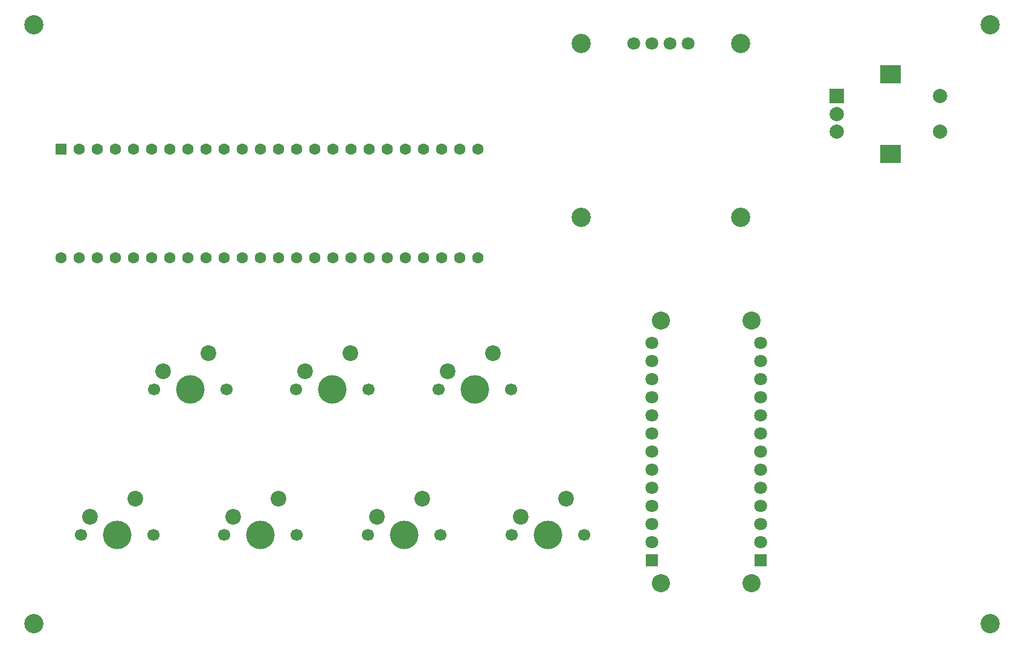
<source format=gbr>
%TF.GenerationSoftware,KiCad,Pcbnew,8.0.6*%
%TF.CreationDate,2024-11-07T12:50:37-05:00*%
%TF.ProjectId,minichord,6d696e69-6368-46f7-9264-2e6b69636164,rev?*%
%TF.SameCoordinates,Original*%
%TF.FileFunction,Soldermask,Bot*%
%TF.FilePolarity,Negative*%
%FSLAX46Y46*%
G04 Gerber Fmt 4.6, Leading zero omitted, Abs format (unit mm)*
G04 Created by KiCad (PCBNEW 8.0.6) date 2024-11-07 12:50:37*
%MOMM*%
%LPD*%
G01*
G04 APERTURE LIST*
%ADD10R,2.000000X2.000000*%
%ADD11C,2.000000*%
%ADD12R,3.000000X2.500000*%
%ADD13C,2.700000*%
%ADD14C,1.800000*%
%ADD15C,1.700000*%
%ADD16C,4.000000*%
%ADD17C,2.200000*%
%ADD18C,2.540000*%
%ADD19R,1.800000X1.800000*%
%ADD20R,1.600000X1.600000*%
%ADD21C,1.600000*%
G04 APERTURE END LIST*
D10*
%TO.C,SW8*%
X172500000Y-52000000D03*
D11*
X172500000Y-57000000D03*
X172500000Y-54500000D03*
D12*
X180000000Y-48900000D03*
X180000000Y-60100000D03*
D11*
X187000000Y-52000000D03*
X187000000Y-57000000D03*
%TD*%
D13*
%TO.C,Adafruit_SSD1306*%
X136648000Y-44616000D03*
X136648000Y-69000000D03*
X159000000Y-44616000D03*
X159000000Y-69000000D03*
D14*
X144014000Y-44616000D03*
X146554000Y-44616000D03*
X149094000Y-44616000D03*
X151634000Y-44616000D03*
%TD*%
D15*
%TO.C,SW7*%
X76790000Y-93080000D03*
D16*
X81870000Y-93080000D03*
D15*
X86950000Y-93080000D03*
D17*
X84410000Y-88000000D03*
X78060000Y-90540000D03*
%TD*%
D15*
%TO.C,SW6*%
X96750000Y-93080000D03*
D16*
X101830000Y-93080000D03*
D15*
X106910000Y-93080000D03*
D17*
X104370000Y-88000000D03*
X98020000Y-90540000D03*
%TD*%
D13*
%TO.C,H1*%
X60000000Y-42000000D03*
%TD*%
%TO.C,H2*%
X194000000Y-42000000D03*
%TD*%
D15*
%TO.C,SW5*%
X116710000Y-93080000D03*
D16*
X121790000Y-93080000D03*
D15*
X126870000Y-93080000D03*
D17*
X124330000Y-88000000D03*
X117980000Y-90540000D03*
%TD*%
D15*
%TO.C,SW3*%
X86680000Y-113540000D03*
D16*
X91760000Y-113540000D03*
D15*
X96840000Y-113540000D03*
D17*
X94300000Y-108460000D03*
X87950000Y-111000000D03*
%TD*%
D15*
%TO.C,SW4*%
X66540000Y-113540000D03*
D16*
X71620000Y-113540000D03*
D15*
X76700000Y-113540000D03*
D17*
X74160000Y-108460000D03*
X67810000Y-111000000D03*
%TD*%
D13*
%TO.C,H4*%
X60000000Y-126000000D03*
%TD*%
D15*
%TO.C,SW1*%
X126960000Y-113540000D03*
D16*
X132040000Y-113540000D03*
D15*
X137120000Y-113540000D03*
D17*
X134580000Y-108460000D03*
X128230000Y-111000000D03*
%TD*%
D15*
%TO.C,SW2*%
X106820000Y-113540000D03*
D16*
X111900000Y-113540000D03*
D15*
X116980000Y-113540000D03*
D17*
X114440000Y-108460000D03*
X108090000Y-111000000D03*
%TD*%
D13*
%TO.C,H3*%
X194000000Y-126000000D03*
%TD*%
D18*
%TO.C,adafruit1*%
X147890000Y-83445000D03*
X147890000Y-120275000D03*
X160590000Y-83445000D03*
X160590000Y-120275000D03*
D19*
X146620000Y-117100000D03*
D14*
X146620000Y-114560000D03*
X146620000Y-112020000D03*
X146620000Y-109480000D03*
X146620000Y-106940000D03*
X146620000Y-104400000D03*
X146620000Y-101860000D03*
X146620000Y-99320000D03*
X146620000Y-96780000D03*
X146620000Y-94240000D03*
X146620000Y-91700000D03*
X146620000Y-89160000D03*
X146620000Y-86620000D03*
D19*
X161860000Y-117100000D03*
D14*
X161860000Y-114560000D03*
X161860000Y-112020000D03*
X161860000Y-109480000D03*
X161860000Y-106940000D03*
X161860000Y-104400000D03*
X161860000Y-101860000D03*
X161860000Y-99320000D03*
X161860000Y-96780000D03*
X161860000Y-94240000D03*
X161860000Y-91700000D03*
X161860000Y-89160000D03*
X161860000Y-86620000D03*
%TD*%
D20*
%TO.C,U1*%
X63790000Y-59380000D03*
D21*
X66330000Y-59380000D03*
X68870000Y-59380000D03*
X71410000Y-59380000D03*
X73950000Y-59380000D03*
X76490000Y-59380000D03*
X79030000Y-59380000D03*
X81570000Y-59380000D03*
X84110000Y-59380000D03*
X86650000Y-59380000D03*
X89190000Y-59380000D03*
X91730000Y-59380000D03*
X94270000Y-59380000D03*
X96810000Y-59380000D03*
X99350000Y-59380000D03*
X101890000Y-59380000D03*
X104430000Y-59380000D03*
X106970000Y-59380000D03*
X109510000Y-59380000D03*
X112050000Y-59380000D03*
X114590000Y-59380000D03*
X117130000Y-59380000D03*
X119670000Y-59380000D03*
X122210000Y-59380000D03*
X122210000Y-74620000D03*
X119670000Y-74620000D03*
X117130000Y-74620000D03*
X114590000Y-74620000D03*
X112050000Y-74620000D03*
X109510000Y-74620000D03*
X106970000Y-74620000D03*
X104430000Y-74620000D03*
X101890000Y-74620000D03*
X99350000Y-74620000D03*
X96810000Y-74620000D03*
X94270000Y-74620000D03*
X91730000Y-74620000D03*
X89190000Y-74620000D03*
X86650000Y-74620000D03*
X84110000Y-74620000D03*
X81570000Y-74620000D03*
X79030000Y-74620000D03*
X76490000Y-74620000D03*
X73950000Y-74620000D03*
X71410000Y-74620000D03*
X68870000Y-74620000D03*
X66330000Y-74620000D03*
X63790000Y-74620000D03*
%TD*%
M02*

</source>
